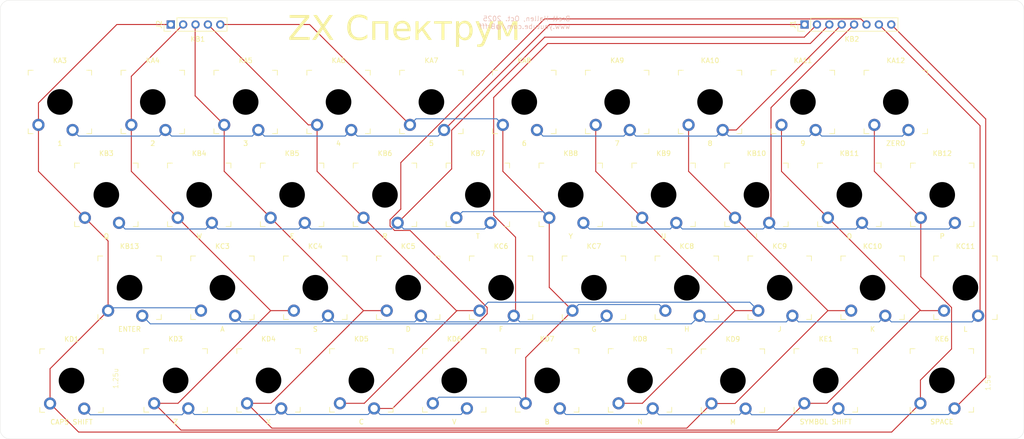
<source format=kicad_pcb>
(kicad_pcb (version 20241229) (generator "pcbnew") (generator_version "9.0")
  (title_block (title "Generic ZX Spectrum Keyboard") (date "30/OCT/2025") (rev "A") (company "Brett Hallen") (comment 1 "www.youtube.com/@Brfff"))
  (layers (0 "F.Cu" signal) (2 "B.Cu" signal) (13 "F.Paste" user) (15 "B.Paste" user) (5 "F.SilkS" user "F.Silkscreen") (7 "B.SilkS" user "B.Silkscreen") (1 "F.Mask" user) (3 "B.Mask" user) (25 "Edge.Cuts" user))
  (net 0 "")
  (net 1 "KBD1")
  (net 2 "KBD4")
  (net 3 "KBD5")
  (net 4 "KBD6")
  (net 5 "KBD3")
  (net 6 "KBD8")
  (net 7 "KBD7")
  (net 8 "KBD2")
  (net 9 "KBD12")
  (net 10 "KBD9")
  (net 11 "KBD11")
  (net 12 "KBD13")
  (net 13 "KBD10")
  (footprint "Clueless_Engineer:SW_Gateron_LowProfile_THT" (layer "F.Cu") (at 85.246766 107.807747)
    (property "Reference" "KC3" (at 0 -8.5 0) (layer "F.SilkS"))
    (property "Value" "A" (at 0 8.5 0) (layer "F.SilkS"))
    (pad "" np_thru_hole circle (at 0 0 180) (size 5.25 5.25) (drill 5.25) (layers "*.Mask"))
    (pad "1" thru_hole circle (at -4.4 4.7 180) (size 2.5 2.5) (drill 1.5) (layers "*.Cu" "B.Mask") (net 12 "KBD13"))
    (pad "2" thru_hole circle (at 2.6 5.75 180) (size 2.5 2.5) (drill 1.5) (layers "*.Cu" "B.Mask") (net 4 "KBD6"))
  )
  (footprint "Clueless_Engineer:SW_Gateron_LowProfile_THT" (layer "F.Cu") (at 213.834266 88.757747)
    (property "Reference" "KB11" (at 0 -8.5 0) (layer "F.SilkS"))
    (property "Value" "O" (at 0 8.5 0) (layer "F.SilkS"))
    (pad "" np_thru_hole circle (at 0 0 180) (size 5.25 5.25) (drill 5.25) (layers "*.Mask"))
    (pad "1" thru_hole circle (at -4.4 4.7 180) (size 2.5 2.5) (drill 1.5) (layers "*.Cu" "B.Mask") (net 9 "KBD12"))
    (pad "2" thru_hole circle (at 2.6 5.75 180) (size 2.5 2.5) (drill 1.5) (layers "*.Cu" "B.Mask") (net 2 "KBD4"))
  )
  (footprint "Clueless_Engineer:SW_Gateron_LowProfile_THT" (layer "F.Cu") (at 54.290566 126.857747)
    (property "Reference" "KD1" (at 0 -8.5 0) (layer "F.SilkS"))
    (property "Value" "CAPS SHIFT" (at 0 8.5 0) (layer "F.SilkS"))
    (pad "" np_thru_hole circle (at 0 0 180) (size 5.25 5.25) (drill 5.25) (layers "*.Mask"))
    (pad "1" thru_hole circle (at -4.4 4.7 180) (size 2.5 2.5) (drill 1.5) (layers "*.Cu" "B.Mask") (net 12 "KBD13"))
    (pad "2" thru_hole circle (at 2.6 5.75 180) (size 2.5 2.5) (drill 1.5) (layers "*.Cu" "B.Mask") (net 5 "KBD3"))
  )
  (footprint "Clueless_Engineer:SW_Gateron_LowProfile_THT" (layer "F.Cu") (at 223.359266 69.707747)
    (property "Reference" "KA12" (at 0 -8.5 0) (layer "F.SilkS"))
    (property "Value" "ZERO" (at 0 8.5 0) (layer "F.SilkS"))
    (pad "" np_thru_hole circle (at 0 0 180) (size 5.25 5.25) (drill 5.25) (layers "*.Mask"))
    (pad "1" thru_hole circle (at -4.4 4.7 180) (size 2.5 2.5) (drill 1.5) (layers "*.Cu" "B.Mask") (net 12 "KBD13"))
    (pad "2" thru_hole circle (at 2.6 5.75 180) (size 2.5 2.5) (drill 1.5) (layers "*.Cu" "B.Mask") (net 3 "KBD5"))
  )
  (footprint "Clueless_Engineer:SW_Gateron_LowProfile_THT" (layer "F.Cu") (at 170.897355 126.817974)
    (property "Reference" "KD8" (at 0 -8.5 0) (layer "F.SilkS"))
    (property "Value" "N" (at 0 8.5 0) (layer "F.SilkS"))
    (pad "" np_thru_hole circle (at 0 0 180) (size 5.25 5.25) (drill 5.25) (layers "*.Mask"))
    (pad "1" thru_hole circle (at -4.4 4.7 180) (size 2.5 2.5) (drill 1.5) (layers "*.Cu" "B.Mask") (net 13 "KBD10"))
    (pad "2" thru_hole circle (at 2.6 5.75 180) (size 2.5 2.5) (drill 1.5) (layers "*.Cu" "B.Mask") (net 1 "KBD1"))
  )
  (footprint "Clueless_Engineer:SW_Gateron_LowProfile_THT" (layer "F.Cu") (at 61.434266 88.757747)
    (property "Reference" "KB3" (at 0 -8.5 0) (layer "F.SilkS"))
    (property "Value" "Q" (at 0 8.5 0) (layer "F.SilkS"))
    (pad "" np_thru_hole circle (at 0 0 180) (size 5.25 5.25) (drill 5.25) (layers "*.Mask"))
    (pad "1" thru_hole circle (at -4.4 4.7 180) (size 2.5 2.5) (drill 1.5) (layers "*.Cu" "B.Mask") (net 12 "KBD13"))
    (pad "2" thru_hole circle (at 2.6 5.75 180) (size 2.5 2.5) (drill 1.5) (layers "*.Cu" "B.Mask") (net 7 "KBD7"))
  )
  (footprint "Clueless_Engineer:SW_Gateron_LowProfile_THT" (layer "F.Cu") (at 218.596766 107.807747)
    (property "Reference" "KC10" (at 0 -8.5 0) (layer "F.SilkS"))
    (property "Value" "K" (at 0 8.5 0) (layer "F.SilkS"))
    (pad "" np_thru_hole circle (at 0 0 180) (size 5.25 5.25) (drill 5.25) (layers "*.Mask"))
    (pad "1" thru_hole circle (at -4.4 4.7 180) (size 2.5 2.5) (drill 1.5) (layers "*.Cu" "B.Mask") (net 11 "KBD11"))
    (pad "2" thru_hole circle (at 2.6 5.75 180) (size 2.5 2.5) (drill 1.5) (layers "*.Cu" "B.Mask") (net 8 "KBD2"))
  )
  (footprint "Clueless_Engineer:SW_Gateron_LowProfile_THT" (layer "F.Cu") (at 113.747355 126.817974)
    (property "Reference" "KD5" (at 0 -8.5 0) (layer "F.SilkS"))
    (property "Value" "C" (at 0 8.5 0) (layer "F.SilkS"))
    (pad "" np_thru_hole circle (at 0 0 180) (size 5.25 5.25) (drill 5.25) (layers "*.Mask"))
    (pad "1" thru_hole circle (at -4.4 4.7 180) (size 2.5 2.5) (drill 1.5) (layers "*.Cu" "B.Mask") (net 13 "KBD10"))
    (pad "2" thru_hole circle (at 2.6 5.75 180) (size 2.5 2.5) (drill 1.5) (layers "*.Cu" "B.Mask") (net 5 "KBD3"))
  )
  (footprint "Clueless_Engineer:SW_Gateron_LowProfile_THT" (layer "F.Cu") (at 147.159266 69.707747)
    (property "Reference" "KA8" (at 0 -8.5 0) (layer "F.SilkS"))
    (property "Value" "6" (at 0 8.5 0) (layer "F.SilkS"))
    (pad "" np_thru_hole circle (at 0 0 180) (size 5.25 5.25) (drill 5.25) (layers "*.Mask"))
    (pad "1" thru_hole circle (at -4.4 4.7 180) (size 2.5 2.5) (drill 1.5) (layers "*.Cu" "B.Mask") (net 10 "KBD9"))
    (pad "2" thru_hole circle (at 2.6 5.75 180) (size 2.5 2.5) (drill 1.5) (layers "*.Cu" "B.Mask") (net 3 "KBD5"))
  )
  (footprint "Clueless_Engineer:SW_Gateron_LowProfile_THT" (layer "F.Cu") (at 75.647355 126.817974)
    (property "Reference" "KD3" (at 0 -8.5 0) (layer "F.SilkS"))
    (property "Value" "Z" (at 0 8.5 0) (layer "F.SilkS"))
    (pad "" np_thru_hole circle (at 0 0 180) (size 5.25 5.25) (drill 5.25) (layers "*.Mask"))
    (pad "1" thru_hole circle (at -4.4 4.7 180) (size 2.5 2.5) (drill 1.5) (layers "*.Cu" "B.Mask") (net 9 "KBD12"))
    (pad "2" thru_hole circle (at 2.6 5.75 180) (size 2.5 2.5) (drill 1.5) (layers "*.Cu" "B.Mask") (net 5 "KBD3"))
  )
  (footprint "Clueless_Engineer:SW_Gateron_LowProfile_THT" (layer "F.Cu") (at 123.346766 107.807747)
    (property "Reference" "KC5" (at 0 -8.5 0) (layer "F.SilkS"))
    (property "Value" "D" (at 0 8.5 0) (layer "F.SilkS"))
    (pad "" np_thru_hole circle (at 0 0 180) (size 5.25 5.25) (drill 5.25) (layers "*.Mask"))
    (pad "1" thru_hole circle (at -4.4 4.7 180) (size 2.5 2.5) (drill 1.5) (layers "*.Cu" "B.Mask") (net 11 "KBD11"))
    (pad "2" thru_hole circle (at 2.6 5.75 180) (size 2.5 2.5) (drill 1.5) (layers "*.Cu" "B.Mask") (net 4 "KBD6"))
  )
  (footprint "Clueless_Engineer:SW_Gateron_LowProfile_THT" (layer "F.Cu") (at 70.959266 69.707747)
    (property "Reference" "KA4" (at 0 -8.5 0) (layer "F.SilkS"))
    (property "Value" "2" (at 0 8.5 0) (layer "F.SilkS"))
    (pad "" np_thru_hole circle (at 0 0 180) (size 5.25 5.25) (drill 5.25) (layers "*.Mask"))
    (pad "1" thru_hole circle (at -4.4 4.7 180) (size 2.5 2.5) (drill 1.5) (layers "*.Cu" "B.Mask") (net 9 "KBD12"))
    (pad "2" thru_hole circle (at 2.6 5.75 180) (size 2.5 2.5) (drill 1.5) (layers "*.Cu" "B.Mask") (net 6 "KBD8"))
  )
  (footprint "Clueless_Engineer:SW_Gateron_LowProfile_THT" (layer "F.Cu") (at 208.997355 126.817974)
    (property "Reference" "KE1" (at 0 -8.5 0) (layer "F.SilkS"))
    (property "Value" "SYMBOL SHIFT" (at 0 8.5 0) (layer "F.SilkS"))
    (pad "" np_thru_hole circle (at 0 0 180) (size 5.25 5.25) (drill 5.25) (layers "*.Mask"))
    (pad "1" thru_hole circle (at -4.4 4.7 180) (size 2.5 2.5) (drill 1.5) (layers "*.Cu" "B.Mask") (net 9 "KBD12"))
    (pad "2" thru_hole circle (at 2.6 5.75 180) (size 2.5 2.5) (drill 1.5) (layers "*.Cu" "B.Mask") (net 1 "KBD1"))
  )
  (footprint "Clueless_Engineer:SW_Gateron_LowProfile_THT" (layer "F.Cu") (at 66.196766 107.807747)
    (property "Reference" "KB13" (at 0 -8.5 0) (layer "F.SilkS"))
    (property "Value" "ENTER" (at 0 8.5 0) (layer "F.SilkS"))
    (pad "" np_thru_hole circle (at 0 0 180) (size 5.25 5.25) (drill 5.25) (layers "*.Mask"))
    (pad "1" thru_hole circle (at -4.4 4.7 180) (size 2.5 2.5) (drill 1.5) (layers "*.Cu" "B.Mask") (net 12 "KBD13"))
    (pad "2" thru_hole circle (at 2.6 5.75 180) (size 2.5 2.5) (drill 1.5) (layers "*.Cu" "B.Mask") (net 8 "KBD2"))
  )
  (footprint "Clueless_Engineer:SW_Gateron_LowProfile_THT" (layer "F.Cu") (at 237.646766 107.807747)
    (property "Reference" "KC11" (at 0 -8.5 0) (layer "F.SilkS"))
    (property "Value" "L" (at 0 8.5 0) (layer "F.SilkS"))
    (pad "" np_thru_hole circle (at 0 0 180) (size 5.25 5.25) (drill 5.25) (layers "*.Mask"))
    (pad "1" thru_hole circle (at -4.4 4.7 180) (size 2.5 2.5) (drill 1.5) (layers "*.Cu" "B.Mask") (net 9 "KBD12"))
    (pad "2" thru_hole circle (at 2.6 5.75 180) (size 2.5 2.5) (drill 1.5) (layers "*.Cu" "B.Mask") (net 8 "KBD2"))
  )
  (footprint "Clueless_Engineer:SW_Gateron_LowProfile_THT" (layer "F.Cu") (at 166.209266 69.707747)
    (property "Reference" "KA9" (at 0 -8.5 0) (layer "F.SilkS"))
    (property "Value" "7" (at 0 8.5 0) (layer "F.SilkS"))
    (pad "" np_thru_hole circle (at 0 0 180) (size 5.25 5.25) (drill 5.25) (layers "*.Mask"))
    (pad "1" thru_hole circle (at -4.4 4.7 180) (size 2.5 2.5) (drill 1.5) (layers "*.Cu" "B.Mask") (net 13 "KBD10"))
    (pad "2" thru_hole circle (at 2.6 5.75 180) (size 2.5 2.5) (drill 1.5) (layers "*.Cu" "B.Mask") (net 3 "KBD5"))
  )
  (footprint "Connector_PinHeader_2.54mm:PinHeader_1x08_P2.54mm_Vertical" (layer "F.Cu") (at 204.647355 53.817974 90)
    (property "Reference" "J1" (at 0 -2.38 90) (layer "F.SilkS"))
    (property "Value" "KB2" (at -3 9.7 180) (layer "F.SilkS"))
    (pad "1" thru_hole rect (at 0 0 90) (size 1.7 1.7) (drill 1) (layers "*.Cu" "*.Mask") (net 6 "KBD8"))
    (pad "2" thru_hole circle (at 0 2.54 90) (size 1.7 1.7) (drill 1) (layers "*.Cu" "*.Mask") (net 7 "KBD7"))
    (pad "3" thru_hole circle (at 0 5.08 90) (size 1.7 1.7) (drill 1) (layers "*.Cu" "*.Mask") (net 4 "KBD6"))
    (pad "4" thru_hole circle (at 0 7.62 90) (size 1.7 1.7) (drill 1) (layers "*.Cu" "*.Mask") (net 3 "KBD5"))
    (pad "5" thru_hole circle (at 0 10.16 90) (size 1.7 1.7) (drill 1) (layers "*.Cu" "*.Mask") (net 2 "KBD4"))
    (pad "6" thru_hole circle (at 0 12.7 90) (size 1.7 1.7) (drill 1) (layers "*.Cu" "*.Mask") (net 5 "KBD3"))
    (pad "7" thru_hole circle (at 0 15.24 90) (size 1.7 1.7) (drill 1) (layers "*.Cu" "*.Mask") (net 8 "KBD2"))
    (pad "8" thru_hole circle (at 0 17.78 90) (size 1.7 1.7) (drill 1) (layers "*.Cu" "*.Mask") (net 1 "KBD1"))
  )
  (footprint "Clueless_Engineer:SW_Gateron_LowProfile_THT" (layer "F.Cu") (at 51.909266 69.707747)
    (property "Reference" "KA3" (at 0 -8.5 0) (layer "F.SilkS"))
    (property "Value" "1" (at 0 8.5 0) (layer "F.SilkS"))
    (pad "" np_thru_hole circle (at 0 0 180) (size 5.25 5.25) (drill 5.25) (layers "*.Mask"))
    (pad "1" thru_hole circle (at -4.4 4.7 180) (size 2.5 2.5) (drill 1.5) (layers "*.Cu" "B.Mask") (net 12 "KBD13"))
    (pad "2" thru_hole circle (at 2.6 5.75 180) (size 2.5 2.5) (drill 1.5) (layers "*.Cu" "B.Mask") (net 6 "KBD8"))
  )
  (footprint "Clueless_Engineer:SW_Gateron_LowProfile_THT" (layer "F.Cu") (at 232.884266 88.757747)
    (property "Reference" "KB12" (at 0 -8.5 0) (layer "F.SilkS"))
    (property "Value" "P" (at 0 8.5 0) (layer "F.SilkS"))
    (pad "" np_thru_hole circle (at 0 0 180) (size 5.25 5.25) (drill 5.25) (layers "*.Mask"))
    (pad "1" thru_hole circle (at -4.4 4.7 180) (size 2.5 2.5) (drill 1.5) (layers "*.Cu" "B.Mask") (net 12 "KBD13"))
    (pad "2" thru_hole circle (at 2.6 5.75 180) (size 2.5 2.5) (drill 1.5) (layers "*.Cu" "B.Mask") (net 2 "KBD4"))
  )
  (footprint "Clueless_Engineer:SW_Gateron_LowProfile_THT" (layer "F.Cu") (at 142.396766 107.807747)
    (property "Reference" "KC6" (at 0 -8.5 0) (layer "F.SilkS"))
    (property "Value" "F" (at 0 8.5 0) (layer "F.SilkS"))
    (pad "" np_thru_hole circle (at 0 0 180) (size 5.25 5.25) (drill 5.25) (layers "*.Mask"))
    (pad "1" thru_hole circle (at -4.4 4.7 180) (size 2.5 2.5) (drill 1.5) (layers "*.Cu" "B.Mask") (net 13 "KBD10"))
    (pad "2" thru_hole circle (at 2.6 5.75 180) (size 2.5 2.5) (drill 1.5) (layers "*.Cu" "B.Mask") (net 4 "KBD6"))
  )
  (footprint "MountingHole:MountingHole_3.2mm_M3" (layer "F.Cu") (at 43.647355 134.817974)
    (property "Reference" "H3" (hide yes))
    (property "Value" "MountingHole" (hide yes))
    (pad "" np_thru_hole circle (at 0 0) (size 3.2 3.2) (drill 3.2) (layers "*.Cu" "*.Mask"))
  )
  (footprint "Clueless_Engineer:SW_Gateron_LowProfile_THT" (layer "F.Cu") (at 185.259266 69.707747)
    (property "Reference" "KA10" (at 0 -8.5 0) (layer "F.SilkS"))
    (property "Value" "8" (at 0 8.5 0) (layer "F.SilkS"))
    (pad "" np_thru_hole circle (at 0 0 180) (size 5.25 5.25) (drill 5.25) (layers "*.Mask"))
    (pad "1" thru_hole circle (at -4.4 4.7 180) (size 2.5 2.5) (drill 1.5) (layers "*.Cu" "B.Mask") (net 11 "KBD11"))
    (pad "2" thru_hole circle (at 2.6 5.75 180) (size 2.5 2.5) (drill 1.5) (layers "*.Cu" "B.Mask") (net 3 "KBD5"))
  )
  (footprint "MountingHole:MountingHole_3.2mm_M3" (layer "F.Cu") (at 245.647355 52.817974)
    (property "Reference" "H2" (hide yes))
    (property "Value" "MountingHole" (hide yes))
    (pad "" np_thru_hole circle (at 0 0) (size 3.2 3.2) (drill 3.2) (layers "*.Cu" "*.Mask"))
  )
  (footprint "MountingHole:MountingHole_3.2mm_M3" (layer "F.Cu") (at 43.647355 52.817974)
    (property "Reference" "H1" (hide yes))
    (property "Value" "MountingHole" (hide yes))
    (pad "" np_thru_hole circle (at 0 0) (size 3.2 3.2) (drill 3.2) (layers "*.Cu" "*.Mask"))
  )
  (footprint "Clueless_Engineer:SW_Gateron_LowProfile_THT" (layer "F.Cu") (at 128.109266 69.707747)
    (property "Reference" "KA7" (at 0 -8.5 0) (layer "F.SilkS"))
    (property "Value" "5" (at 0 8.5 0) (layer "F.SilkS"))
    (pad "" np_thru_hole circle (at 0 0 180) (size 5.25 5.25) (drill 5.25) (layers "*.Mask"))
    (pad "1" thru_hole circle (at -4.4 4.7 180) (size 2.5 2.5) (drill 1.5) (layers "*.Cu" "B.Mask") (net 10 "KBD9"))
    (pad "2" thru_hole circle (at 2.6 5.75 180) (size 2.5 2.5) (drill 1.5) (layers "*.Cu" "B.Mask") (net 6 "KBD8"))
  )
  (footprint "MountingHole:MountingHole_3.2mm_M3" (layer "F.Cu") (at 245.647355 134.817974)
    (property "Reference" "H4" (hide yes))
    (property "Value" "MountingHole" (hide yes))
    (pad "" np_thru_hole circle (at 0 0) (size 3.2 3.2) (drill 3.2) (layers "*.Cu" "*.Mask"))
  )
  (footprint "Clueless_Engineer:SW_Gateron_LowProfile_THT" (layer "F.Cu") (at 109.059266 69.707747)
    (property "Reference" "KA6" (at 0 -8.5 0) (layer "F.SilkS"))
    (property "Value" "4" (at 0 8.5 0) (layer "F.SilkS"))
    (pad "" np_thru_hole circle (at 0 0 180) (size 5.25 5.25) (drill 5.25) (layers "*.Mask"))
    (pad "1" thru_hole circle (at -4.4 4.7 180) (size 2.5 2.5) (drill 1.5) (layers "*.Cu" "B.Mask") (net 13 "KBD10"))
    (pad "2" thru_hole circle (at 2.6 5.75 180) (size 2.5 2.5) (drill 1.5) (layers "*.Cu" "B.Mask") (net 6 "KBD8"))
  )
  (footprint "Clueless_Engineer:SW_Gateron_LowProfile_THT" (layer "F.Cu") (at 90.009266 69.707747)
    (property "Reference" "KA5" (at 0 -8.5 0) (layer "F.SilkS"))
    (property "Value" "3" (at 0 8.5 0) (layer "F.SilkS"))
    (pad "" np_thru_hole circle (at 0 0 180) (size 5.25 5.25) (drill 5.25) (layers "*.Mask"))
    (pad "1" thru_hole circle (at -4.4 4.7 180) (size 2.5 2.5) (drill 1.5) (layers "*.Cu" "B.Mask") (net 11 "KBD11"))
    (pad "2" thru_hole circle (at 2.6 5.75 180) (size 2.5 2.5) (drill 1.5) (layers "*.Cu" "B.Mask") (net 6 "KBD8"))
  )
  (footprint "Clueless_Engineer:SW_Gateron_LowProfile_THT" (layer "F.Cu") (at 80.484266 88.757747)
    (property "Reference" "KB4" (at 0 -8.5 0) (layer "F.SilkS"))
    (property "Value" "W" (at 0 8.5 0) (layer "F.SilkS"))
    (pad "" np_thru_hole circle (at 0 0 180) (size 5.25 5.25) (drill 5.25) (layers "*.Mask"))
    (pad "1" thru_hole circle (at -4.4 4.7 180) (size 2.5 2.5) (drill 1.5) (layers "*.Cu" "B.Mask") (net 9 "KBD12"))
    (pad "2" thru_hole circle (at 2.6 5.75 180) (size 2.5 2.5) (drill 1.5) (layers "*.Cu" "B.Mask") (net 7 "KBD7"))
  )
  (footprint "Clueless_Engineer:SW_Gateron_LowProfile_THT" (layer "F.Cu") (at 151.847355 126.817974)
    (property "Reference" "KD7" (at 0 -8.5 0) (layer "F.SilkS"))
    (property "Value" "B" (at 0 8.5 0) (layer "F.SilkS"))
    (pad "" np_thru_hole circle (at 0 0 180) (size 5.25 5.25) (drill 5.25) (layers "*.Mask"))
    (pad "1" thru_hole circle (at -4.4 4.7 180) (size 2.5 2.5) (drill 1.5) (layers "*.Cu" "B.Mask") (net 10 "KBD9"))
    (pad "2" thru_hole circle (at 2.6 5.75 180) (size 2.5 2.5) (drill 1.5) (layers "*.Cu" "B.Mask") (net 1 "KBD1"))
  )
  (footprint "Clueless_Engineer:SW_Gateron_LowProfile_THT" (layer "F.Cu") (at 189.947355 126.857746)
    (property "Reference" "KD9" (at 0 -8.5 0) (layer "F.SilkS"))
    (property "Value" "M" (at 0 8.5 0) (layer "F.SilkS"))
    (pad "" np_thru_hole circle (at 0 0 180) (size 5.25 5.25) (drill 5.25) (layers "*.Mask"))
    (pad "1" thru_hole circle (at -4.4 4.7 180) (size 2.5 2.5) (drill 1.5) (layers "*.Cu" "B.Mask") (net 11 "KBD11"))
    (pad "2" thru_hole circle (at 2.6 5.75 180) (size 2.5 2.5) (drill 1.5) (layers "*.Cu" "B.Mask") (net 1 "KBD1"))
  )
  (footprint "Clueless_Engineer:SW_Gateron_LowProfile_THT" (layer "F.Cu") (at 204.309266 69.707747)
    (property "Reference" "KA11" (at 0 -8.5 0) (layer "F.SilkS"))
    (property "Value" "9" (at 0 8.5 0) (layer "F.SilkS"))
    (pad "" np_thru_hole circle (at 0 0 180) (size 5.25 5.25) (drill 5.25) (layers "*.Mask"))
    (pad "1" thru_hole circle (at -4.4 4.7 180) (size 2.5 2.5) (drill 1.5) (layers "*.Cu" "B.Mask") (net 9 "KBD12"))
    (pad "2" thru_hole circle (at 2.6 5.75 180) (size 2.5 2.5) (drill 1.5) (layers "*.Cu" "B.Mask") (net 3 "KBD5"))
  )
  (footprint "Clueless_Engineer:SW_Gateron_LowProfile_THT" (layer "F.Cu") (at 94.697355 126.817974)
    (property "Reference" "KD4" (at 0 -8.5 0) (layer "F.SilkS"))
    (property "Value" "X" (at 0 8.5 0) (layer "F.SilkS"))
    (pad "" np_thru_hole circle (at 0 0 180) (size 5.25 5.25) (drill 5.25) (layers "*.Mask"))
    (pad "1" thru_hole circle (at -4.4 4.7 180) (size 2.5 2.5) (drill 1.5) (layers "*.Cu" "B.Mask") (net 11 "KBD11"))
    (pad "2" thru_hole circle (at 2.6 5.75 180) (size 2.5 2.5) (drill 1.5) (layers "*.Cu" "B.Mask") (net 5 "KBD3"))
  )
  (footprint "Clueless_Engineer:SW_Gateron_LowProfile_THT" (layer "F.Cu") (at 232.809855 126.817974)
    (property "Reference" "KE6" (at 0 -8.5 0) (layer "F.SilkS"))
    (property "Value" "SPACE" (at 0 8.5 0) (layer "F.SilkS"))
    (pad "" np_thru_hole circle (at 0 0 180) (size 5.25 5.25) (drill 5.25) (layers "*.Mask"))
    (pad "1" thru_hole circle (at -4.4 4.7 180) (size 2.5 2.5) (drill 1.5) (layers "*.Cu" "B.Mask") (net 12 "KBD13"))
    (pad "2" thru_hole circle (at 2.6 5.75 180) (size 2.5 2.5) (drill 1.5) (layers "*.Cu" "B.Mask") (net 1 "KBD1"))
  )
  (footprint "Clueless_Engineer:SW_Gateron_LowProfile_THT" (layer "F.Cu") (at 104.296766 107.807747)
    (property "Reference" "KC4" (at 0 -8.5 0) (layer "F.SilkS"))
    (property "Value" "S" (at 0 8.5 0) (layer "F.SilkS"))
    (pad "" np_thru_hole circle (at 0 0 180) (size 5.25 5.25) (drill 5.25) (layers "*.Mask"))
    (pad "1" thru_hole circle (at -4.4 4.7 180) (size 2.5 2.5) (drill 1.5) (layers "*.Cu" "B.Mask") (net 9 "KBD12"))
    (pad "2" thru_hole circle (at 2.6 5.75 180) (size 2.5 2.5) (drill 1.5) (layers "*.Cu" "B.Mask") (net 4 "KBD6"))
  )
  (footprint "Clueless_Engineer:SW_Gateron_LowProfile_THT" (layer "F.Cu") (at 161.446766 107.807747)
    (property "Reference" "KC7" (at 0 -8.5 0) (layer "F.SilkS"))
    (property "Value" "G" (at 0 8.5 0) (layer "F.SilkS"))
    (pad "" np_thru_hole circle (at 0 0 180) (size 5.25 5.25) (drill 5.25) (layers "*.Mask"))
    (pad "1" thru_hole circle (at -4.4 4.7 180) (size 2.5 2.5) (drill 1.5) (layers "*.Cu" "B.Mask") (net 10 "KBD9"))
    (pad "2" thru_hole circle (at 2.6 5.75 180) (size 2.5 2.5) (drill 1.5) (layers "*.Cu" "B.Mask") (net 4 "KBD6"))
  )
  (footprint "Clueless_Engineer:SW_Gateron_LowProfile_THT" (layer "F.Cu") (at 194.784266 88.757747)
    (property "Reference" "KB10" (at 0 -8.5 0) (layer "F.SilkS"))
    (property "Value" "I" (at 0 8.5 0) (layer "F.SilkS"))
    (pad "" np_thru_hole circle (at 0 0 180) (size 5.25 5.25) (drill 5.25) (layers "*.Mask"))
    (pad "1" thru_hole circle (at -4.4 4.7 180) (size 2.5 2.5) (drill 1.5) (layers "*.Cu" "B.Mask") (net 11 "KBD11"))
    (pad "2" thru_hole circle (at 2.6 5.75 180) (size 2.5 2.5) (drill 1.5) (layers "*.Cu" "B.Mask") (net 2 "KBD4"))
  )
  (footprint "Clueless_Engineer:SW_Gateron_LowProfile_THT" (layer "F.Cu") (at 137.634266 88.757747)
    (property "Reference" "KB7" (at 0 -8.5 0) (layer "F.SilkS"))
    (property "Value" "T" (at 0 8.5 0) (layer "F.SilkS"))
    (pad "" np_thru_hole circle (at 0 0 180) (size 5.25 5.25) (drill 5.25) (layers "*.Mask"))
    (pad "1" thru_hole circle (at -4.4 4.7 180) (size 2.5 2.5) (drill 1.5) (layers "*.Cu" "B.Mask") (net 10 "KBD9"))
    (pad "2" thru_hole circle (at 2.6 5.75 180) (size 2.5 2.5) (drill 1.5) (layers "*.Cu" "B.Mask") (net 7 "KBD7"))
  )
  (footprint "Clueless_Engineer:SW_Gateron_LowProfile_THT" (layer "F.Cu") (at 175.734266 88.757747)
    (property "Reference" "KB9" (at 0 -8.5 0) (layer "F.SilkS"))
    (property "Value" "U" (at 0 8.5 0) (layer "F.SilkS"))
    (pad "" np_thru_hole circle (at 0 0 180) (size 5.25 5.25) (drill 5.25) (layers "*.Mask"))
    (pad "1" thru_hole circle (at -4.4 4.7 180) (size 2.5 2.5) (drill 1.5) (layers "*.Cu" "B.Mask") (net 13 "KBD10"))
    (pad "2" thru_hole circle (at 2.6 5.75 180) (size 2.5 2.5) (drill 1.5) (layers "*.Cu" "B.Mask") (net 2 "KBD4"))
  )
  (footprint "Clueless_Engineer:SW_Gateron_LowProfile_THT" (layer "F.Cu") (at 132.797355 126.817974)
    (property "Reference" "KD6" (at 0 -8.5 0) (layer "F.SilkS"))
    (property "Value" "V" (at 0 8.5 0) (layer "F.SilkS"))
    (pad "" np_thru_hole circle (at 0 0 180) (size 5.25 5.25) (drill 5.25) (layers "*.Mask"))
    (pad "1" thru_hole circle (at -4.4 4.7 180) (size 2.5 2.5) (drill 1.5) (layers "*.Cu" "B.Mask") (net 10 "KBD9"))
    (pad "2" thru_hole circle (at 2.6 5.75 180) (size 2.5 2.5) (drill 1.5) (layers "*.Cu" "B.Mask") (net 5 "KBD3"))
  )
  (footprint "Clueless_Engineer:SW_Gateron_LowProfile_THT" (layer "F.Cu") (at 199.546766 107.807747)
    (property "Reference" "KC9" (at 0 -8.5 0) (layer "F.SilkS"))
    (property "Value" "J" (at 0 8.5 0) (layer "F.SilkS"))
    (pad "" np_thru_hole circle (at 0 0 180) (size 5.25 5.25) (drill 5.25) (layers "*.Mask"))
    (pad "1" thru_hole circle (at -4.4 4.7 180) (size 2.5 2.5) (drill 1.5) (layers "*.Cu" "B.Mask") (net 13 "KBD10"))
    (pad "2" thru_hole circle (at 2.6 5.75 180) (size 2.5 2.5) (drill 1.5) (layers "*.Cu" "B.Mask") (net 8 "KBD2"))
  )
  (footprint "Clueless_Engineer:SW_Gateron_LowProfile_THT" (layer "F.Cu") (at 99.534266 88.757747)
    (property "Reference" "KB5" (at 0 -8.5 0) (layer "F.SilkS"))
    (property "Value" "E" (at 0 8.5 0) (layer "F.SilkS"))
    (pad "" np_thru_hole circle (at 0 0 180) (size 5.25 5.25) (drill 5.25) (layers "*.Mask"))
    (pad "1" thru_hole circle (at -4.4 4.7 180) (size 2.5 2.5) (drill 1.5) (layers "*.Cu" "B.Mask") (net 11 "KBD11"))
    (pad "2" thru_hole circle (at 2.6 5.75 180) (size 2.5 2.5) (drill 1.5) (layers "*.Cu" "B.Mask") (net 7 "KBD7"))
  )
  (footprint "Clueless_Engineer:SW_Gateron_LowProfile_THT" (layer "F.Cu") (at 156.684266 88.757747)
    (property "Reference" "KB8" (at 0 -8.5 0) (layer "F.SilkS"))
    (property "Value" "Y" (at 0 8.5 0) (layer "F.SilkS"))
    (pad "" np_thru_hole circle (at 0 0 180) (size 5.25 5.25) (drill 5.25) (layers "*.Mask"))
    (pad "1" thru_hole circle (at -4.4 4.7 180) (size 2.5 2.5) (drill 1.5) (layers "*.Cu" "B.Mask") (net 10 "KBD9"))
    (pad "2" thru_hole circle (at 2.6 5.75 180) (size 2.5 2.5) (drill 1.5) (layers "*.Cu" "B.Mask") (net 2 "KBD4"))
  )
  (footprint "Connector_PinHeader_2.54mm:PinHeader_1x05_P2.54mm_Vertical" (layer "F.Cu") (at 74.647355 53.817974 90)
    (property "Reference" "J2" (at 0 -2.38 90) (layer "F.SilkS"))
    (property "Value" "KB1" (at -3 5.54 180) (layer "F.SilkS"))
    (pad "1" thru_hole rect (at 0 0 90) (size 1.7 1.7) (drill 1) (layers "*.Cu" "*.Mask") (net 12 "KBD13"))
    (pad "2" thru_hole circle (at 0 2.54 90) (size 1.7 1.7) (drill 1) (layers "*.Cu" "*.Mask") (net 9 "KBD12"))
    (pad "3" thru_hole circle (at 0 5.08 90) (size 1.7 1.7) (drill 1) (layers "*.Cu" "*.Mask") (net 11 "KBD11"))
    (pad "4" thru_hole circle (at 0 7.62 90) (size 1.7 1.7) (drill 1) (layers "*.Cu" "*.Mask") (net 13 "KBD10"))
    (pad "5" thru_hole circle (at 0 10.16 90) (size 1.7 1.7) (drill 1) (layers "*.Cu" "*.Mask") (net 10 "KBD9"))
  )
  (footprint "Clueless_Engineer:SW_Gateron_LowProfile_THT" (layer "F.Cu") (at 180.496766 107.807747)
    (property "Reference" "KC8" (at 0 -8.5 0) (layer "F.SilkS"))
    (property "Value" "H" (at 0 8.5 0) (layer "F.SilkS"))
    (pad "" np_thru_hole circle (at 0 0 180) (size 5.25 5.25) (drill 5.25) (layers "*.Mask"))
    (pad "1" thru_hole circle (at -4.4 4.7 180) (size 2.5 2.5) (drill 1.5) (layers "*.Cu" "B.Mask") (net 10 "KBD9"))
    (pad "2" thru_hole circle (at 2.6 5.75 180) (size 2.5 2.5) (drill 1.5) (layers "*.Cu" "B.Mask") (net 8 "KBD2"))
  )
  (footprint "Clueless_Engineer:SW_Gateron_LowProfile_THT" (layer "F.Cu") (at 118.584266 88.757747)
    (property "Reference" "KB6" (at 0 -8.5 0) (layer "F.SilkS"))
    (property "Value" "R" (at 0 8.5 0) (layer "F.SilkS"))
    (pad "" np_thru_hole circle (at 0 0 180) (size 5.25 5.25) (drill 5.25) (layers "*.Mask"))
    (pad "1" thru_hole circle (at -4.4 4.7 180) (size 2.5 2.5) (drill 1.5) (layers "*.Cu" "B.Mask") (net 13 "KBD10"))
    (pad "2" thru_hole circle (at 2.6 5.75 180) (size 2.5 2.5) (drill 1.5) (layers "*.Cu" "B.Mask") (net 7 "KBD7"))
  )
  (gr_line (start 39.647355 136.817974) (end 39.647355 50.817974) (stroke (width 0.05)) (layer "Edge.Cuts"))
  (gr_arc (start 247.647355 48.817974) (mid 249.061569 49.40376) (end 249.647355 50.817974) (stroke (width 0.05)) (layer "Edge.Cuts"))
  (gr_line (start 249.647355 50.817974) (end 249.647355 136.817974) (stroke (width 0.05)) (layer "Edge.Cuts"))
  (gr_line (start 41.647355 48.817974) (end 247.647355 48.817974) (stroke (width 0.05)) (layer "Edge.Cuts"))
  (gr_line (start 247.647355 138.817974) (end 41.647355 138.817974) (stroke (width 0.05)) (layer "Edge.Cuts"))
  (gr_arc (start 249.647355 136.817974) (mid 249.061569 138.232188) (end 247.647355 138.817974) (stroke (width 0.05)) (layer "Edge.Cuts"))
  (gr_arc (start 39.647355 50.817974) (mid 40.233148 49.403761) (end 41.647355 48.817974) (stroke (width 0.05)) (layer "Edge.Cuts"))
  (gr_arc (start 41.647355 138.817974) (mid 40.233141 138.232188) (end 39.647355 136.817974) (stroke (width 0.05)) (layer "Edge.Cuts"))
  (gr_text "1.25u" (at 63.947355 128.617974 90) (layer "F.SilkS") (effects (font (size 1 1) (thickness 0.1)) (justify left bottom)))
  (gr_text "1.5u" (at 242.847355 129.017974 90) (layer "F.SilkS") (effects (font (size 1 1) (thickness 0.1)) (justify left bottom)))
  (gr_text "ZX Спектрум" (at 98.647355 57.817974 0) (layer "F.SilkS") (effects (font (size 5 5) (thickness 0.1)) (justify left bottom)))
  (gr_text "Brett Hallen, Oct. 2025\nwww.youtube.com/@Brfff" (at 156.647355 54.817974 0) (layer "B.SilkS") (effects (font (size 1 1) (thickness 0.1)) (justify left bottom mirror)))
  (segment (start 222.427355 53.817974) (end 241.797766 73.188385) (width 0.2) (layer "F.Cu") (net 1))
  (segment (start 241.797766 73.188385) (end 241.797766 126.180063) (width 0.2) (layer "F.Cu") (net 1))
  (segment (start 241.797766 126.180063) (end 235.409855 132.567974) (width 0.2) (layer "F.Cu") (net 1))
  (segment (start 192.547355 132.607746) (end 191.297356 133.857745) (width 0.2) (layer "B.Cu") (net 1))
  (segment (start 172.247356 133.817973) (end 155.697354 133.817973) (width 0.2) (layer "B.Cu") (net 1))
  (segment (start 192.547355 132.607746) (end 193.797354 133.857745) (width 0.2) (layer "B.Cu") (net 1))
  (segment (start 211.597355 132.567974) (end 212.847354 133.817973) (width 0.2) (layer "B.Cu") (net 1))
  (segment (start 212.847354 133.817973) (end 234.159856 133.817973) (width 0.2) (layer "B.Cu") (net 1))
  (segment (start 191.297356 133.857745) (end 174.787126 133.857745) (width 0.2) (layer "B.Cu") (net 1))
  (segment (start 174.787126 133.857745) (end 173.497355 132.567974) (width 0.2) (layer "B.Cu") (net 1))
  (segment (start 193.797354 133.857745) (end 210.307584 133.857745) (width 0.2) (layer "B.Cu") (net 1))
  (segment (start 234.159856 133.817973) (end 235.409855 132.567974) (width 0.2) (layer "B.Cu") (net 1))
  (segment (start 173.497355 132.567974) (end 172.247356 133.817973) (width 0.2) (layer "B.Cu") (net 1))
  (segment (start 210.307584 133.857745) (end 211.597355 132.567974) (width 0.2) (layer "B.Cu") (net 1))
  (segment (start 155.697354 133.817973) (end 154.447355 132.567974) (width 0.2) (layer "B.Cu") (net 1))
  (segment (start 214.807355 53.817974) (end 197.760266 70.865063) (width 0.2) (layer "F.Cu") (net 2))
  (segment (start 197.760266 94.131747) (end 197.384266 94.507747) (width 0.2) (layer "F.Cu") (net 2))
  (segment (start 197.760266 70.865063) (end 197.760266 94.131747) (width 0.2) (layer "F.Cu") (net 2))
  (segment (start 196.134267 95.757746) (end 179.584265 95.757746) (width 0.2) (layer "B.Cu") (net 2))
  (segment (start 216.434266 94.507747) (end 215.184267 95.757746) (width 0.2) (layer "B.Cu") (net 2))
  (segment (start 234.234267 95.757746) (end 217.684265 95.757746) (width 0.2) (layer "B.Cu") (net 2))
  (segment (start 160.534265 95.757746) (end 159.284266 94.507747) (width 0.2) (layer "B.Cu") (net 2))
  (segment (start 217.684265 95.757746) (end 216.434266 94.507747) (width 0.2) (layer "B.Cu") (net 2))
  (segment (start 177.084267 95.757746) (end 160.534265 95.757746) (width 0.2) (layer "B.Cu") (net 2))
  (segment (start 198.634265 95.757746) (end 197.384266 94.507747) (width 0.2) (layer "B.Cu") (net 2))
  (segment (start 197.384266 94.507747) (end 196.134267 95.757746) (width 0.2) (layer "B.Cu") (net 2))
  (segment (start 179.584265 95.757746) (end 178.334266 94.507747) (width 0.2) (layer "B.Cu") (net 2))
  (segment (start 215.184267 95.757746) (end 198.634265 95.757746) (width 0.2) (layer "B.Cu") (net 2))
  (segment (start 178.334266 94.507747) (end 177.084267 95.757746) (width 0.2) (layer "B.Cu") (net 2))
  (segment (start 235.484266 94.507747) (end 234.234267 95.757746) (width 0.2) (layer "B.Cu") (net 2))
  (segment (start 190.627582 75.457747) (end 187.859266 75.457747) (width 0.2) (layer "F.Cu") (net 3))
  (segment (start 212.267355 53.817974) (end 190.627582 75.457747) (width 0.2) (layer "F.Cu") (net 3))
  (segment (start 170.059265 76.707746) (end 186.609267 76.707746) (width 0.2) (layer "B.Cu") (net 3))
  (segment (start 168.809266 75.457747) (end 170.059265 76.707746) (width 0.2) (layer "B.Cu") (net 3))
  (segment (start 205.659267 76.707746) (end 206.909266 75.457747) (width 0.2) (layer "B.Cu") (net 3))
  (segment (start 189.109265 76.707746) (end 205.659267 76.707746) (width 0.2) (layer "B.Cu") (net 3))
  (segment (start 206.909266 75.457747) (end 208.159265 76.707746) (width 0.2) (layer "B.Cu") (net 3))
  (segment (start 187.859266 75.457747) (end 189.109265 76.707746) (width 0.2) (layer "B.Cu") (net 3))
  (segment (start 151.009265 76.707746) (end 167.559267 76.707746) (width 0.2) (layer "B.Cu") (net 3))
  (segment (start 208.159265 76.707746) (end 224.709267 76.707746) (width 0.2) (layer "B.Cu") (net 3))
  (segment (start 167.559267 76.707746) (end 168.809266 75.457747) (width 0.2) (layer "B.Cu") (net 3))
  (segment (start 224.709267 76.707746) (end 225.959266 75.457747) (width 0.2) (layer "B.Cu") (net 3))
  (segment (start 186.609267 76.707746) (end 187.859266 75.457747) (width 0.2) (layer "B.Cu") (net 3))
  (segment (start 149.759266 75.457747) (end 151.009265 76.707746) (width 0.2) (layer "B.Cu") (net 3))
  (segment (start 151.947355 57.717974) (end 140.876712 68.788617) (width 0.2) (layer "F.Cu") (net 4))
  (segment (start 205.827355 57.717974) (end 151.947355 57.717974) (width 0.2) (layer "F.Cu") (net 4))
  (segment (start 140.876712 68.788617) (end 140.876712 92.956747) (width 0.2) (layer "F.Cu") (net 4))
  (segment (start 140.876712 92.956747) (end 145.372766 97.452801) (width 0.2) (layer "F.Cu") (net 4))
  (segment (start 209.727355 53.817974) (end 205.827355 57.717974) (width 0.2) (layer "F.Cu") (net 4))
  (segment (start 145.372766 97.452801) (end 145.372766 113.181747) (width 0.2) (layer "F.Cu") (net 4))
  (segment (start 145.372766 113.181747) (end 144.996766 113.557747) (width 0.2) (layer "F.Cu") (net 4))
  (segment (start 89.096765 114.807746) (end 105.646767 114.807746) (width 0.2) (layer "B.Cu") (net 4))
  (segment (start 124.696767 114.807746) (end 108.146765 114.807746) (width 0.2) (layer "B.Cu") (net 4))
  (segment (start 164.046766 113.557747) (end 162.796767 114.807746) (width 0.2) (layer "B.Cu") (net 4))
  (segment (start 87.846766 113.557747) (end 89.096765 114.807746) (width 0.2) (layer "B.Cu") (net 4))
  (segment (start 144.996766 113.557747) (end 143.746767 114.807746) (width 0.2) (layer "B.Cu") (net 4))
  (segment (start 105.646767 114.807746) (end 106.896766 113.557747) (width 0.2) (layer "B.Cu") (net 4))
  (segment (start 108.146765 114.807746) (end 106.896766 113.557747) (width 0.2) (layer "B.Cu") (net 4))
  (segment (start 143.746767 114.807746) (end 127.196765 114.807746) (width 0.2) (layer "B.Cu") (net 4))
  (segment (start 127.196765 114.807746) (end 125.946766 113.557747) (width 0.2) (layer "B.Cu") (net 4))
  (segment (start 162.796767 114.807746) (end 146.246765 114.807746) (width 0.2) (layer "B.Cu") (net 4))
  (segment (start 125.946766 113.557747) (end 124.696767 114.807746) (width 0.2) (layer "B.Cu") (net 4))
  (segment (start 146.246765 114.807746) (end 144.996766 113.557747) (width 0.2) (layer "B.Cu") (net 4))
  (segment (start 121.826712 82.146855) (end 151.306593 52.666974) (width 0.2) (layer "F.Cu") (net 5))
  (segment (start 121.826712 91.671855) (end 121.826712 82.146855) (width 0.2) (layer "F.Cu") (net 5))
  (segment (start 123.741212 96.058747) (end 120.54182 96.058747) (width 0.2) (layer "F.Cu") (net 5))
  (segment (start 119.633266 95.150193) (end 119.633266 93.865301) (width 0.2) (layer "F.Cu") (net 5))
  (segment (start 139.547766 113.150193) (end 139.547766 111.865301) (width 0.2) (layer "F.Cu") (net 5))
  (segment (start 120.129985 132.567974) (end 139.547766 113.150193) (width 0.2) (layer "F.Cu") (net 5))
  (segment (start 139.547766 111.865301) (end 123.741212 96.058747) (width 0.2) (layer "F.Cu") (net 5))
  (segment (start 116.347355 132.567974) (end 120.129985 132.567974) (width 0.2) (layer "F.Cu") (net 5))
  (segment (start 151.306593 52.666974) (end 216.196355 52.666974) (width 0.2) (layer "F.Cu") (net 5))
  (segment (start 120.54182 96.058747) (end 119.633266 95.150193) (width 0.2) (layer "F.Cu") (net 5))
  (segment (start 119.633266 93.865301) (end 121.826712 91.671855) (width 0.2) (layer "F.Cu") (net 5))
  (segment (start 216.196355 52.666974) (end 217.347355 53.817974) (width 0.2) (layer "F.Cu") (net 5))
  (segment (start 79.497354 133.817973) (end 96.047356 133.817973) (width 0.2) (layer "B.Cu") (net 5))
  (segment (start 115.097356 133.817973) (end 116.347355 132.567974) (width 0.2) (layer "B.Cu") (net 5))
  (segment (start 78.247355 132.567974) (end 79.497354 133.817973) (width 0.2) (layer "B.Cu") (net 5))
  (segment (start 97.297355 132.567974) (end 98.547354 133.817973) (width 0.2) (layer "B.Cu") (net 5))
  (segment (start 96.047356 133.817973) (end 97.297355 132.567974) (width 0.2) (layer "B.Cu") (net 5))
  (segment (start 116.347355 132.567974) (end 117.597354 133.817973) (width 0.2) (layer "B.Cu") (net 5))
  (segment (start 56.890566 132.607747) (end 58.140565 133.857746) (width 0.2) (layer "B.Cu") (net 5))
  (segment (start 76.957583 133.857746) (end 78.247355 132.567974) (width 0.2) (layer "B.Cu") (net 5))
  (segment (start 58.140565 133.857746) (end 76.957583 133.857746) (width 0.2) (layer "B.Cu") (net 5))
  (segment (start 117.597354 133.817973) (end 134.147356 133.817973) (width 0.2) (layer "B.Cu") (net 5))
  (segment (start 134.147356 133.817973) (end 135.397355 132.567974) (width 0.2) (layer "B.Cu") (net 5))
  (segment (start 98.547354 133.817973) (end 115.097356 133.817973) (width 0.2) (layer "B.Cu") (net 5))
  (segment (start 130.709266 75.457747) (end 152.349039 53.817974) (width 0.2) (layer "F.Cu") (net 6))
  (segment (start 152.349039 53.817974) (end 204.647355 53.817974) (width 0.2) (layer "F.Cu") (net 6))
  (segment (start 74.809265 76.707746) (end 91.359267 76.707746) (width 0.2) (layer "B.Cu") (net 6))
  (segment (start 72.309267 76.707746) (end 73.559266 75.457747) (width 0.2) (layer "B.Cu") (net 6))
  (segment (start 112.909265 76.707746) (end 129.459267 76.707746) (width 0.2) (layer "B.Cu") (net 6))
  (segment (start 92.609266 75.457747) (end 93.859265 76.707746) (width 0.2) (layer "B.Cu") (net 6))
  (segment (start 93.859265 76.707746) (end 110.409267 76.707746) (width 0.2) (layer "B.Cu") (net 6))
  (segment (start 110.409267 76.707746) (end 111.659266 75.457747) (width 0.2) (layer "B.Cu") (net 6))
  (segment (start 91.359267 76.707746) (end 92.609266 75.457747) (width 0.2) (layer "B.Cu") (net 6))
  (segment (start 129.459267 76.707746) (end 130.709266 75.457747) (width 0.2) (layer "B.Cu") (net 6))
  (segment (start 55.759265 76.707746) (end 72.309267 76.707746) (width 0.2) (layer "B.Cu") (net 6))
  (segment (start 54.509266 75.457747) (end 55.759265 76.707746) (width 0.2) (layer "B.Cu") (net 6))
  (segment (start 73.559266 75.457747) (end 74.809265 76.707746) (width 0.2) (layer "B.Cu") (net 6))
  (segment (start 111.659266 75.457747) (end 112.909265 76.707746) (width 0.2) (layer "B.Cu") (net 6))
  (segment (start 132.260266 83.431747) (end 132.260266 75.505063) (width 0.2) (layer "F.Cu") (net 7))
  (segment (start 204.587355 56.417974) (end 207.187355 53.817974) (width 0.2) (layer "F.Cu") (net 7))
  (segment (start 132.260266 75.505063) (end 151.347355 56.417974) (width 0.2) (layer "F.Cu") (net 7))
  (segment (start 151.347355 56.417974) (end 204.587355 56.417974) (width 0.2) (layer "F.Cu") (net 7))
  (segment (start 121.184266 94.507747) (end 132.260266 83.431747) (width 0.2) (layer "F.Cu") (net 7))
  (segment (start 81.834267 95.757746) (end 83.084266 94.507747) (width 0.2) (layer "B.Cu") (net 7))
  (segment (start 103.384265 95.757746) (end 119.934267 95.757746) (width 0.2) (layer "B.Cu") (net 7))
  (segment (start 100.884267 95.757746) (end 102.134266 94.507747) (width 0.2) (layer "B.Cu") (net 7))
  (segment (start 64.034266 94.507747) (end 65.284265 95.757746) (width 0.2) (layer "B.Cu") (net 7))
  (segment (start 138.984267 95.757746) (end 140.234266 94.507747) (width 0.2) (layer "B.Cu") (net 7))
  (segment (start 65.284265 95.757746) (end 81.834267 95.757746) (width 0.2) (layer "B.Cu") (net 7))
  (segment (start 122.434265 95.757746) (end 138.984267 95.757746) (width 0.2) (layer "B.Cu") (net 7))
  (segment (start 121.184266 94.507747) (end 122.434265 95.757746) (width 0.2) (layer "B.Cu") (net 7))
  (segment (start 119.934267 95.757746) (end 121.184266 94.507747) (width 0.2) (layer "B.Cu") (net 7))
  (segment (start 102.134266 94.507747) (end 103.384265 95.757746) (width 0.2) (layer "B.Cu") (net 7))
  (segment (start 84.334265 95.757746) (end 100.884267 95.757746) (width 0.2) (layer "B.Cu") (net 7))
  (segment (start 83.084266 94.507747) (end 84.334265 95.757746) (width 0.2) (layer "B.Cu") (net 7))
  (segment (start 240.647355 113.157158) (end 240.246766 113.557747) (width 0.2) (layer "F.Cu") (net 8))
  (segment (start 219.887355 53.817974) (end 240.647355 74.577974) (width 0.2) (layer "F.Cu") (net 8))
  (segment (start 240.647355 74.577974) (end 240.647355 113.157158) (width 0.2) (layer "F.Cu") (net 8))
  (segment (start 181.445767 115.208746) (end 183.096766 113.557747) (width 0.2) (layer "B.Cu") (net 8))
  (segment (start 200.896767 114.807746) (end 184.346765 114.807746) (width 0.2) (layer "B.Cu") (net 8))
  (segment (start 238.996767 114.807746) (end 222.446765 114.807746) (width 0.2) (layer "B.Cu") (net 8))
  (segment (start 222.446765 114.807746) (end 221.196766 113.557747) (width 0.2) (layer "B.Cu") (net 8))
  (segment (start 68.796766 113.557747) (end 70.447765 115.208746) (width 0.2) (layer "B.Cu") (net 8))
  (segment (start 184.346765 114.807746) (end 183.096766 113.557747) (width 0.2) (layer "B.Cu") (net 8))
  (segment (start 240.246766 113.557747) (end 238.996767 114.807746) (width 0.2) (layer "B.Cu") (net 8))
  (segment (start 203.396765 114.807746) (end 202.146766 113.557747) (width 0.2) (layer "B.Cu") (net 8))
  (segment (start 202.146766 113.557747) (end 200.896767 114.807746) (width 0.2) (layer "B.Cu") (net 8))
  (segment (start 219.946767 114.807746) (end 203.396765 114.807746) (width 0.2) (layer "B.Cu") (net 8))
  (segment (start 70.447765 115.208746) (end 181.445767 115.208746) (width 0.2) (layer "B.Cu") (net 8))
  (segment (start 221.196766 113.557747) (end 219.946767 114.807746) (width 0.2) (layer "B.Cu") (net 8))
  (segment (start 76.746355 137.016974) (end 199.098355 137.016974) (width 0.2) (layer "F.Cu") (net 9))
  (segment (start 228.370924 112.394405) (end 209.247355 131.517974) (width 0.2) (layer "F.Cu") (net 9))
  (segment (start 199.909266 83.932747) (end 209.434266 93.457747) (width 0.2) (layer "F.Cu") (net 9))
  (segment (start 76.084266 93.457747) (end 95.134266 112.507747) (width 0.2) (layer "F.Cu") (net 9))
  (segment (start 228.484266 112.507747) (end 233.246766 112.507747) (width 0.2) (layer "F.Cu") (net 9))
  (segment (start 199.098355 137.016974) (end 204.597355 131.517974) (width 0.2) (layer "F.Cu") (net 9))
  (segment (start 95.134266 112.507747) (end 76.124039 131.517974) (width 0.2) (layer "F.Cu") (net 9))
  (segment (start 228.370924 112.394405) (end 228.484266 112.507747) (width 0.2) (layer "F.Cu") (net 9))
  (segment (start 66.559266 83.932747) (end 76.084266 93.457747) (width 0.2) (layer "F.Cu") (net 9))
  (segment (start 66.559266 74.407747) (end 66.559266 64.446063) (width 0.2) (layer "F.Cu") (net 9))
  (segment (start 209.247355 131.517974) (end 204.597355 131.517974) (width 0.2) (layer "F.Cu") (net 9))
  (segment (start 209.434266 93.457747) (end 228.370924 112.394405) (width 0.2) (layer "F.Cu") (net 9))
  (segment (start 76.124039 131.517974) (end 71.247355 131.517974) (width 0.2) (layer "F.Cu") (net 9))
  (segment (start 66.559266 64.446063) (end 77.187355 53.817974) (width 0.2) (layer "F.Cu") (net 9))
  (segment (start 66.559266 74.407747) (end 66.559266 83.932747) (width 0.2) (layer "F.Cu") (net 9))
  (segment (start 71.247355 131.517974) (end 76.746355 137.016974) (width 0.2) (layer "F.Cu") (net 9))
  (segment (start 199.909266 74.407747) (end 199.909266 83.932747) (width 0.2) (layer "F.Cu") (net 9))
  (segment (start 95.134266 112.507747) (end 99.896766 112.507747) (width 0.2) (layer "F.Cu") (net 9))
  (segment (start 103.119493 53.817974) (end 123.709266 74.407747) (width 0.2) (layer "F.Cu") (net 10))
  (segment (start 84.807355 53.817974) (end 103.119493 53.817974) (width 0.2) (layer "F.Cu") (net 10))
  (segment (start 142.759266 74.407747) (end 142.759266 83.932747) (width 0.2) (layer "F.Cu") (net 10))
  (segment (start 152.284266 107.745247) (end 157.046766 112.507747) (width 0.2) (layer "F.Cu") (net 10))
  (segment (start 147.447355 131.517974) (end 147.447355 122.107158) (width 0.2) (layer "F.Cu") (net 10))
  (segment (start 142.759266 83.932747) (end 152.284266 93.457747) (width 0.2) (layer "F.Cu") (net 10))
  (segment (start 152.284266 93.457747) (end 152.284266 107.745247) (width 0.2) (layer "F.Cu") (net 10))
  (segment (start 147.447355 122.107158) (end 157.046766 112.507747) (width 0.2) (layer "F.Cu") (net 10))
  (segment (start 128.397355 131.517974) (end 129.647354 130.267975) (width 0.2) (layer "B.Cu") (net 10))
  (segment (start 141.509267 73.157748) (end 142.759266 74.407747) (width 0.2) (layer "B.Cu") (net 10))
  (segment (start 124.959265 73.157748) (end 141.509267 73.157748) (width 0.2) (layer "B.Cu") (net 10))
  (segment (start 123.709266 74.407747) (end 124.959265 73.157748) (width 0.2) (layer "B.Cu") (net 10))
  (segment (start 129.647354 130.267975) (end 146.197356 130.267975) (width 0.2) (layer "B.Cu") (net 10))
  (segment (start 146.197356 130.267975) (end 147.447355 131.517974) (width 0.2) (layer "B.Cu") (net 10))
  (segment (start 158.296765 111.257748) (end 174.846767 111.257748) (width 0.2) (layer "B.Cu") (net 10))
  (segment (start 134.484265 92.207748) (end 151.034267 92.207748) (width 0.2) (layer "B.Cu") (net 10))
  (segment (start 133.234266 93.457747) (end 134.484265 92.207748) (width 0.2) (layer "B.Cu") (net 10))
  (segment (start 157.046766 112.507747) (end 158.296765 111.257748) (width 0.2) (layer "B.Cu") (net 10))
  (segment (start 174.846767 111.257748) (end 176.096766 112.507747) (width 0.2) (layer "B.Cu") (net 10))
  (segment (start 151.034267 92.207748) (end 152.284266 93.457747) (width 0.2) (layer "B.Cu") (net 10))
  (segment (start 95.134266 93.457747) (end 114.184266 112.507747) (width 0.2) (layer "F.Cu") (net 11))
  (segment (start 209.434266 112.507747) (end 214.196766 112.507747) (width 0.2) (layer "F.Cu") (net 11))
  (segment (start 180.489127 136.615974) (end 185.547355 131.557746) (width 0.2) (layer "F.Cu") (net 11))
  (segment (start 190.384267 131.557746) (end 185.547355 131.557746) (width 0.2) (layer "F.Cu") (net 11))
  (segment (start 79.727355 53.817974) (end 79.647355 53.897974) (width 0.2) (layer "F.Cu") (net 11))
  (segment (start 85.609266 83.932747) (end 95.134266 93.457747) (width 0.2) (layer "F.Cu") (net 11))
  (segment (start 95.174039 131.517974) (end 90.297355 131.517974) (width 0.2) (layer "F.Cu") (net 11))
  (segment (start 90.297355 131.517974) (end 95.395355 136.615974) (width 0.2) (layer "F.Cu") (net 11))
  (segment (start 180.859266 74.407747) (end 180.859266 83.932747) (width 0.2) (layer "F.Cu") (net 11))
  (segment (start 79.647355 53.897974) (end 79.647355 68.445836) (width 0.2) (layer "F.Cu") (net 11))
  (segment (start 190.384266 93.457747) (end 209.434266 112.507747) (width 0.2) (layer "F.Cu") (net 11))
  (segment (start 114.184266 112.507747) (end 118.946766 112.507747) (width 0.2) (layer "F.Cu") (net 11))
  (segment (start 180.859266 83.932747) (end 190.384266 93.457747) (width 0.2) (layer "F.Cu") (net 11))
  (segment (start 85.609266 74.407747) (end 85.609266 83.932747) (width 0.2) (layer "F.Cu") (net 11))
  (segment (start 79.647355 68.445836) (end 85.609266 74.407747) (width 0.2) (layer "F.Cu") (net 11))
  (segment (start 95.395355 136.615974) (end 180.489127 136.615974) (width 0.2) (layer "F.Cu") (net 11))
  (segment (start 114.184266 112.507747) (end 95.174039 131.517974) (width 0.2) (layer "F.Cu") (net 11))
  (segment (start 209.434266 112.507747) (end 190.384267 131.557746) (width 0.2) (layer "F.Cu") (net 11))
  (segment (start 47.509266 74.407747) (end 47.509266 69.899047) (width 0.2) (layer "F.Cu") (net 12))
  (segment (start 55.750793 137.417974) (end 222.509855 137.417974) (width 0.2) (layer "F.Cu") (net 12))
  (segment (start 218.959266 74.407747) (end 218.959266 83.932747) (width 0.2) (layer "F.Cu") (net 12))
  (segment (start 218.959266 83.932747) (end 228.484266 93.457747) (width 0.2) (layer "F.Cu") (net 12))
  (segment (start 228.409855 126.755474) (end 234.797766 120.367563) (width 0.2) (layer "F.Cu") (net 12))
  (segment (start 61.796766 98.220247) (end 57.034266 93.457747) (width 0.2) (layer "F.Cu") (net 12))
  (segment (start 234.797766 120.367563) (end 234.797766 111.865301) (width 0.2) (layer "F.Cu") (net 12))
  (segment (start 47.509266 69.899047) (end 63.590339 53.817974) (width 0.2) (layer "F.Cu") (net 12))
  (segment (start 234.797766 111.865301) (end 228.484266 105.551801) (width 0.2) (layer "F.Cu") (net 12))
  (segment (start 49.890566 124.413947) (end 61.796766 112.507747) (width 0.2) (layer "F.Cu") (net 12))
  (segment (start 49.890566 131.557747) (end 49.890566 124.413947) (width 0.2) (layer "F.Cu") (net 12))
  (segment (start 222.509855 137.417974) (end 228.409855 131.517974) (width 0.2) (layer "F.Cu") (net 12))
  (segment (start 63.590339 53.817974) (end 74.647355 53.817974) (width 0.2) (layer "F.Cu") (net 12))
  (segment (start 49.890566 131.557747) (end 55.750793 137.417974) (width 0.2) (layer "F.Cu") (net 12))
  (segment (start 228.409855 131.517974) (end 228.409855 126.755474) (width 0.2) (layer "F.Cu") (net 12))
  (segment (start 228.484266 105.551801) (end 228.484266 93.457747) (width 0.2) (layer "F.Cu") (net 12))
  (segment (start 61.796766 112.507747) (end 61.796766 98.220247) (width 0.2) (layer "F.Cu") (net 12))
  (segment (start 47.509266 83.932747) (end 57.034266 93.457747) (width 0.2) (layer "F.Cu") (net 12))
  (segment (start 47.509266 74.407747) (end 47.509266 83.932747) (width 0.2) (layer "F.Cu") (net 12))
  (segment (start 61.796766 112.507747) (end 62.386539 111.917974) (width 0.2) (layer "B.Cu") (net 12))
  (segment (start 62.386539 111.917974) (end 80.256993 111.917974) (width 0.2) (layer "B.Cu") (net 12))
  (segment (start 80.256993 111.917974) (end 80.846766 112.507747) (width 0.2) (layer "B.Cu") (net 12))
  (segment (start 133.347355 112.507747) (end 114.337128 131.517974) (width 0.2) (layer "F.Cu") (net 13))
  (segment (start 161.809266 74.407747) (end 161.809266 83.932747) (width 0.2) (layer "F.Cu") (net 13))
  (segment (start 171.374039 131.517974) (end 190.384266 112.507747) (width 0.2) (layer "F.Cu") (net 13))
  (segment (start 102.857128 74.407747) (end 104.659266 74.407747) (width 0.2) (layer "F.Cu") (net 13))
  (segment (start 190.384266 112.507747) (end 195.146766 112.507747) (width 0.2) (layer "F.Cu") (net 13))
  (segment (start 171.334266 93.457747) (end 190.384266 112.507747) (width 0.2) (layer "F.Cu") (net 13))
  (segment (start 104.659266 74.407747) (end 104.659266 83.932747) (width 0.2) (layer "F.Cu") (net 13))
  (segment (start 166.497355 131.517974) (end 171.374039 131.517974) (width 0.2) (layer "F.Cu") (net 13))
  (segment (start 114.184266 93.457747) (end 133.234266 112.507747) (width 0.2) (layer "F.Cu") (net 13))
  (segment (start 161.809266 83.932747) (end 171.334266 93.457747) (width 0.2) (layer "F.Cu") (net 13))
  (segment (start 104.659266 83.932747) (end 114.184266 93.457747) (width 0.2) (layer "F.Cu") (net 13))
  (segment (start 114.337128 131.517974) (end 109.347355 131.517974) (width 0.2) (layer "F.Cu") (net 13))
  (segment (start 133.234266 112.507747) (end 133.347355 112.507747) (width 0.2) (layer "F.Cu") (net 13))
  (segment (start 82.267355 53.817974) (end 102.857128 74.407747) (width 0.2) (layer "F.Cu") (net 13))
  (segment (start 133.347355 112.507747) (end 137.996766 112.507747) (width 0.2) (layer "F.Cu") (net 13))
  (segment (start 137.996766 112.507747) (end 139.720766 110.783747) (width 0.2) (layer "B.Cu") (net 13))
  (segment (start 193.422766 110.783747) (end 195.146766 112.507747) (width 0.2) (layer "B.Cu") (net 13))
  (segment (start 139.720766 110.783747) (end 193.422766 110.783747) (width 0.2) (layer "B.Cu") (net 13))
)
</source>
